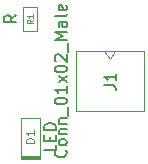
<source format=gbr>
%TF.GenerationSoftware,KiCad,Pcbnew,(5.1.6)-1*%
%TF.CreationDate,2020-07-14T15:19:12+02:00*%
%TF.ProjectId,LED Project,4c454420-5072-46f6-9a65-63742e6b6963,rev?*%
%TF.SameCoordinates,Original*%
%TF.FileFunction,Other,Fab,Top*%
%FSLAX46Y46*%
G04 Gerber Fmt 4.6, Leading zero omitted, Abs format (unit mm)*
G04 Created by KiCad (PCBNEW (5.1.6)-1) date 2020-07-14 15:19:12*
%MOMM*%
%LPD*%
G01*
G04 APERTURE LIST*
%ADD10C,0.100000*%
%ADD11C,0.120000*%
%ADD12C,0.150000*%
%ADD13C,0.080000*%
G04 APERTURE END LIST*
D10*
%TO.C,R1*%
X133400000Y-87000000D02*
X134600000Y-87000000D01*
X134600000Y-87000000D02*
X134600000Y-89000000D01*
X134600000Y-89000000D02*
X133400000Y-89000000D01*
X133400000Y-89000000D02*
X133400000Y-87000000D01*
%TO.C,J1*%
X143625000Y-90730000D02*
X137825000Y-90730000D01*
X137825000Y-90730000D02*
X137825000Y-95810000D01*
X137825000Y-95810000D02*
X143625000Y-95810000D01*
X143625000Y-95810000D02*
X143625000Y-90730000D01*
X141205000Y-90730000D02*
X140705000Y-91437107D01*
X140705000Y-91437107D02*
X140205000Y-90730000D01*
%TO.C,D1*%
G36*
X134800000Y-99600000D02*
G01*
X134800000Y-99900000D01*
X133200000Y-99900000D01*
X133200000Y-99600000D01*
X134800000Y-99600000D01*
G37*
X134800000Y-99600000D02*
X134800000Y-99900000D01*
X133200000Y-99900000D01*
X133200000Y-99600000D01*
X134800000Y-99600000D01*
D11*
X134800000Y-96400000D02*
X134800000Y-99900000D01*
X133200000Y-96400000D02*
X134800000Y-96400000D01*
X133200000Y-99900000D02*
X133200000Y-96400000D01*
%TD*%
%TO.C,R1*%
D12*
X132802380Y-87690476D02*
X132326190Y-88023809D01*
X132802380Y-88261904D02*
X131802380Y-88261904D01*
X131802380Y-87880952D01*
X131850000Y-87785714D01*
X131897619Y-87738095D01*
X131992857Y-87690476D01*
X132135714Y-87690476D01*
X132230952Y-87738095D01*
X132278571Y-87785714D01*
X132326190Y-87880952D01*
X132326190Y-88261904D01*
D13*
X134226190Y-88083333D02*
X133988095Y-88250000D01*
X134226190Y-88369047D02*
X133726190Y-88369047D01*
X133726190Y-88178571D01*
X133750000Y-88130952D01*
X133773809Y-88107142D01*
X133821428Y-88083333D01*
X133892857Y-88083333D01*
X133940476Y-88107142D01*
X133964285Y-88130952D01*
X133988095Y-88178571D01*
X133988095Y-88369047D01*
X134226190Y-87607142D02*
X134226190Y-87892857D01*
X134226190Y-87750000D02*
X133726190Y-87750000D01*
X133797619Y-87797619D01*
X133845238Y-87845238D01*
X133869047Y-87892857D01*
%TO.C,J1*%
D12*
X136982142Y-99103333D02*
X137029761Y-99150952D01*
X137077380Y-99293809D01*
X137077380Y-99389047D01*
X137029761Y-99531904D01*
X136934523Y-99627142D01*
X136839285Y-99674761D01*
X136648809Y-99722380D01*
X136505952Y-99722380D01*
X136315476Y-99674761D01*
X136220238Y-99627142D01*
X136125000Y-99531904D01*
X136077380Y-99389047D01*
X136077380Y-99293809D01*
X136125000Y-99150952D01*
X136172619Y-99103333D01*
X137077380Y-98531904D02*
X137029761Y-98627142D01*
X136982142Y-98674761D01*
X136886904Y-98722380D01*
X136601190Y-98722380D01*
X136505952Y-98674761D01*
X136458333Y-98627142D01*
X136410714Y-98531904D01*
X136410714Y-98389047D01*
X136458333Y-98293809D01*
X136505952Y-98246190D01*
X136601190Y-98198571D01*
X136886904Y-98198571D01*
X136982142Y-98246190D01*
X137029761Y-98293809D01*
X137077380Y-98389047D01*
X137077380Y-98531904D01*
X136410714Y-97770000D02*
X137077380Y-97770000D01*
X136505952Y-97770000D02*
X136458333Y-97722380D01*
X136410714Y-97627142D01*
X136410714Y-97484285D01*
X136458333Y-97389047D01*
X136553571Y-97341428D01*
X137077380Y-97341428D01*
X136410714Y-96865238D02*
X137077380Y-96865238D01*
X136505952Y-96865238D02*
X136458333Y-96817619D01*
X136410714Y-96722380D01*
X136410714Y-96579523D01*
X136458333Y-96484285D01*
X136553571Y-96436666D01*
X137077380Y-96436666D01*
X137172619Y-96198571D02*
X137172619Y-95436666D01*
X136077380Y-95008095D02*
X136077380Y-94912857D01*
X136125000Y-94817619D01*
X136172619Y-94770000D01*
X136267857Y-94722380D01*
X136458333Y-94674761D01*
X136696428Y-94674761D01*
X136886904Y-94722380D01*
X136982142Y-94770000D01*
X137029761Y-94817619D01*
X137077380Y-94912857D01*
X137077380Y-95008095D01*
X137029761Y-95103333D01*
X136982142Y-95150952D01*
X136886904Y-95198571D01*
X136696428Y-95246190D01*
X136458333Y-95246190D01*
X136267857Y-95198571D01*
X136172619Y-95150952D01*
X136125000Y-95103333D01*
X136077380Y-95008095D01*
X137077380Y-93722380D02*
X137077380Y-94293809D01*
X137077380Y-94008095D02*
X136077380Y-94008095D01*
X136220238Y-94103333D01*
X136315476Y-94198571D01*
X136363095Y-94293809D01*
X137077380Y-93389047D02*
X136410714Y-92865238D01*
X136410714Y-93389047D02*
X137077380Y-92865238D01*
X136077380Y-92293809D02*
X136077380Y-92198571D01*
X136125000Y-92103333D01*
X136172619Y-92055714D01*
X136267857Y-92008095D01*
X136458333Y-91960476D01*
X136696428Y-91960476D01*
X136886904Y-92008095D01*
X136982142Y-92055714D01*
X137029761Y-92103333D01*
X137077380Y-92198571D01*
X137077380Y-92293809D01*
X137029761Y-92389047D01*
X136982142Y-92436666D01*
X136886904Y-92484285D01*
X136696428Y-92531904D01*
X136458333Y-92531904D01*
X136267857Y-92484285D01*
X136172619Y-92436666D01*
X136125000Y-92389047D01*
X136077380Y-92293809D01*
X136172619Y-91579523D02*
X136125000Y-91531904D01*
X136077380Y-91436666D01*
X136077380Y-91198571D01*
X136125000Y-91103333D01*
X136172619Y-91055714D01*
X136267857Y-91008095D01*
X136363095Y-91008095D01*
X136505952Y-91055714D01*
X137077380Y-91627142D01*
X137077380Y-91008095D01*
X137172619Y-90817619D02*
X137172619Y-90055714D01*
X137077380Y-89817619D02*
X136077380Y-89817619D01*
X136791666Y-89484285D01*
X136077380Y-89150952D01*
X137077380Y-89150952D01*
X137077380Y-88246190D02*
X136553571Y-88246190D01*
X136458333Y-88293809D01*
X136410714Y-88389047D01*
X136410714Y-88579523D01*
X136458333Y-88674761D01*
X137029761Y-88246190D02*
X137077380Y-88341428D01*
X137077380Y-88579523D01*
X137029761Y-88674761D01*
X136934523Y-88722380D01*
X136839285Y-88722380D01*
X136744047Y-88674761D01*
X136696428Y-88579523D01*
X136696428Y-88341428D01*
X136648809Y-88246190D01*
X137077380Y-87627142D02*
X137029761Y-87722380D01*
X136934523Y-87770000D01*
X136077380Y-87770000D01*
X137029761Y-86865238D02*
X137077380Y-86960476D01*
X137077380Y-87150952D01*
X137029761Y-87246190D01*
X136934523Y-87293809D01*
X136553571Y-87293809D01*
X136458333Y-87246190D01*
X136410714Y-87150952D01*
X136410714Y-86960476D01*
X136458333Y-86865238D01*
X136553571Y-86817619D01*
X136648809Y-86817619D01*
X136744047Y-87293809D01*
X140252380Y-93633333D02*
X140966666Y-93633333D01*
X141109523Y-93680952D01*
X141204761Y-93776190D01*
X141252380Y-93919047D01*
X141252380Y-94014285D01*
X141252380Y-92633333D02*
X141252380Y-93204761D01*
X141252380Y-92919047D02*
X140252380Y-92919047D01*
X140395238Y-93014285D01*
X140490476Y-93109523D01*
X140538095Y-93204761D01*
%TO.C,D1*%
X136152380Y-98642857D02*
X136152380Y-99119047D01*
X135152380Y-99119047D01*
X135628571Y-98309523D02*
X135628571Y-97976190D01*
X136152380Y-97833333D02*
X136152380Y-98309523D01*
X135152380Y-98309523D01*
X135152380Y-97833333D01*
X136152380Y-97404761D02*
X135152380Y-97404761D01*
X135152380Y-97166666D01*
X135200000Y-97023809D01*
X135295238Y-96928571D01*
X135390476Y-96880952D01*
X135580952Y-96833333D01*
X135723809Y-96833333D01*
X135914285Y-96880952D01*
X136009523Y-96928571D01*
X136104761Y-97023809D01*
X136152380Y-97166666D01*
X136152380Y-97404761D01*
D10*
X134316666Y-98516666D02*
X133616666Y-98516666D01*
X133616666Y-98350000D01*
X133650000Y-98250000D01*
X133716666Y-98183333D01*
X133783333Y-98150000D01*
X133916666Y-98116666D01*
X134016666Y-98116666D01*
X134150000Y-98150000D01*
X134216666Y-98183333D01*
X134283333Y-98250000D01*
X134316666Y-98350000D01*
X134316666Y-98516666D01*
X134316666Y-97450000D02*
X134316666Y-97850000D01*
X134316666Y-97650000D02*
X133616666Y-97650000D01*
X133716666Y-97716666D01*
X133783333Y-97783333D01*
X133816666Y-97850000D01*
%TD*%
M02*

</source>
